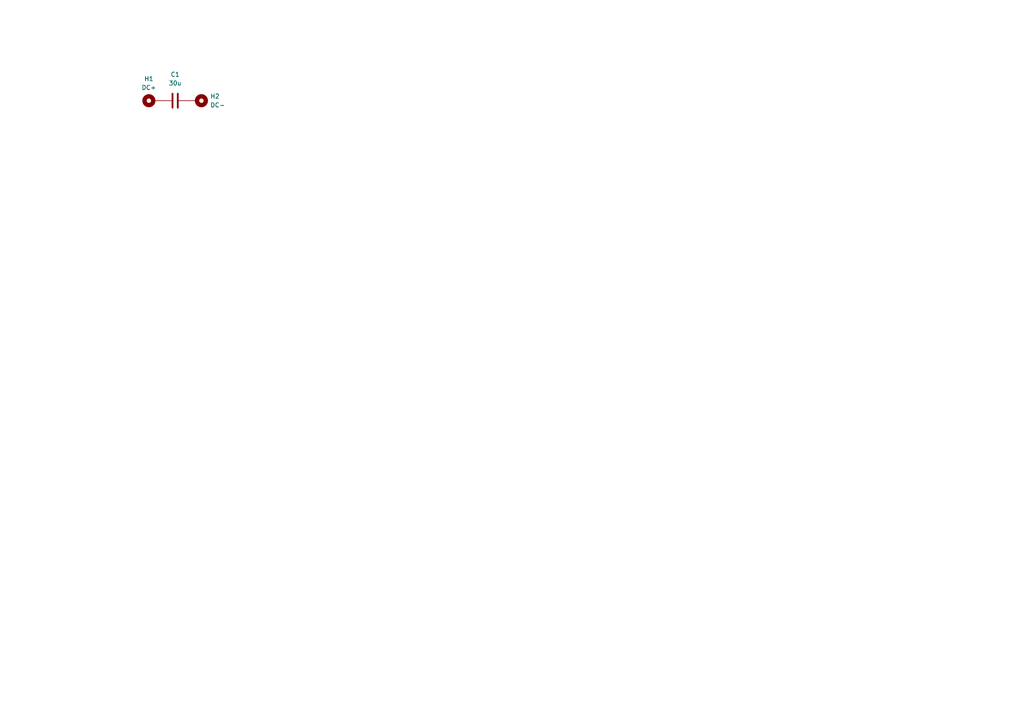
<source format=kicad_sch>
(kicad_sch (version 20231120) (generator "eeschema") (generator_version "8.0")
  (paper "A4")
  (lib_symbols
    (symbol "Device:C" (pin_numbers hide) (pin_names (offset 0.254))
      (property "Reference" "C" (at 0.635 2.54 0))
      (property "Value" "C" (at 0.635 -2.54 0))
      (symbol "C_0_1"
        (polyline (pts (xy -2.032 -0.762) (xy 2.032 -0.762)) (stroke (width 0.508)))
        (polyline (pts (xy -2.032 0.762) (xy 2.032 0.762)) (stroke (width 0.508)))
      )
      (symbol "C_1_1"
        (pin passive line (at 0 3.81 270) (length 2.794) (name "~") (number "1"))
        (pin passive line (at 0 -3.81 90) (length 2.794) (name "~") (number "2"))
      )
    )
    (symbol "Mechanical:MountingHole_Pad" (pin_numbers hide) (pin_names (offset 1.016) hide) (exclude_from_sim yes) (in_bom no)
      (property "Reference" "H" (at 0 6.35 0))
      (property "Value" "MountingHole_Pad" (at 0 4.445 0))
      (symbol "MountingHole_Pad_0_1"
        (circle (center 0 1.27) (radius 1.27) (stroke (width 1.27)))
      )
      (symbol "MountingHole_Pad_1_1"
        (pin input line (at 0 -2.54 90) (length 2.54) (name "1") (number "1"))
      )
    )
  )
  (symbol (lib_id "Mechanical:MountingHole_Pad") (at 44.45 29.21 90) (unit 1) (exclude_from_sim yes) (in_bom no)
    (property "Reference" "H1" (at 43.18 22.86 90))
    (property "Value" "DC+" (at 43.18 25.4 90))
    (property "Footprint" "MountingHole:MountingHole_5.5mm_Pad_Via" (effects (hide yes)))
    (property "Description" "Mounting Hole with connection" (effects (hide yes)))
  )
  (symbol (lib_id "Device:C") (at 50.8 29.21 90) (unit 1)
    (property "Reference" "C1" (at 50.8 21.59 90))
    (property "Value" "30u" (at 50.8 24.13 90))
    (property "Footprint" "Personal:C4AQ-M_WJ" (effects (hide yes)))
    (property "Description" "Unpolarized capacitor" (effects (hide yes)))
  )
  (symbol (lib_id "Mechanical:MountingHole_Pad") (at 57.15 29.21 270) (unit 1) (exclude_from_sim yes) (in_bom no)
    (property "Reference" "H2" (at 60.96 27.9399 90) (effects (justify left)))
    (property "Value" "DC-" (at 60.96 30.4799 90) (effects (justify left)))
    (property "Footprint" "MountingHole:MountingHole_5.5mm_Pad_Via" (effects (hide yes)))
    (property "Description" "Mounting Hole with connection" (effects (hide yes)))
  )
)
</source>
